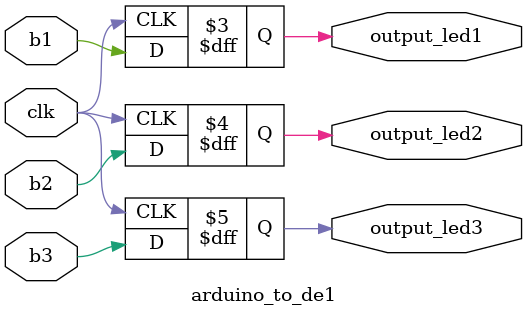
<source format=v>
module arduino_to_de1(
	clk,
	b1,
	b2,
	b3,
	output_led1,
	output_led2,
	output_led3
);
	input clk;
	input b1;
	input b2;
	input b3;
	output reg output_led1;
	output reg output_led2;
	output reg output_led3;

	initial
	begin
		output_led1 = 1'b0;
		output_led2 = 1'b0;
		output_led3 = 1'b0;
	end
	
	always@(posedge clk)
	begin
		output_led1 = b1;
		output_led2 = b2;
		output_led3 = b3;
	end

endmodule

</source>
